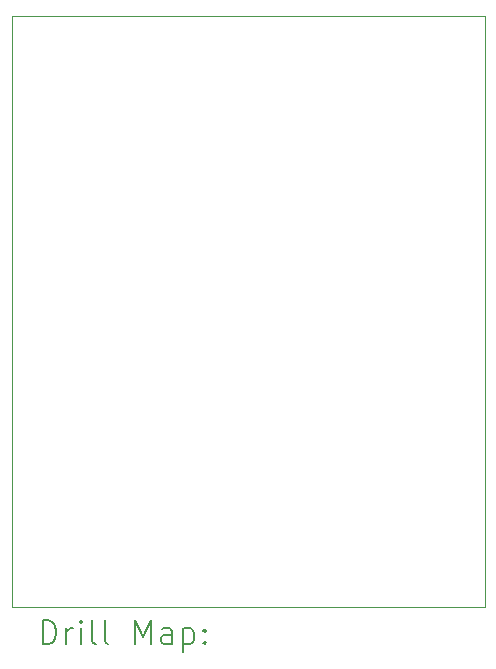
<source format=gbr>
%TF.GenerationSoftware,KiCad,Pcbnew,8.0.3*%
%TF.CreationDate,2024-06-27T10:28:47+02:00*%
%TF.ProjectId,145MHz_BPF,3134354d-487a-45f4-9250-462e6b696361,rev?*%
%TF.SameCoordinates,Original*%
%TF.FileFunction,Drillmap*%
%TF.FilePolarity,Positive*%
%FSLAX45Y45*%
G04 Gerber Fmt 4.5, Leading zero omitted, Abs format (unit mm)*
G04 Created by KiCad (PCBNEW 8.0.3) date 2024-06-27 10:28:47*
%MOMM*%
%LPD*%
G01*
G04 APERTURE LIST*
%ADD10C,0.050000*%
%ADD11C,0.200000*%
G04 APERTURE END LIST*
D10*
X8500000Y-4500000D02*
X12500000Y-4500000D01*
X12500000Y-9500000D01*
X8500000Y-9500000D01*
X8500000Y-4500000D01*
D11*
X8758277Y-9813984D02*
X8758277Y-9613984D01*
X8758277Y-9613984D02*
X8805896Y-9613984D01*
X8805896Y-9613984D02*
X8834467Y-9623508D01*
X8834467Y-9623508D02*
X8853515Y-9642555D01*
X8853515Y-9642555D02*
X8863039Y-9661603D01*
X8863039Y-9661603D02*
X8872563Y-9699698D01*
X8872563Y-9699698D02*
X8872563Y-9728270D01*
X8872563Y-9728270D02*
X8863039Y-9766365D01*
X8863039Y-9766365D02*
X8853515Y-9785412D01*
X8853515Y-9785412D02*
X8834467Y-9804460D01*
X8834467Y-9804460D02*
X8805896Y-9813984D01*
X8805896Y-9813984D02*
X8758277Y-9813984D01*
X8958277Y-9813984D02*
X8958277Y-9680650D01*
X8958277Y-9718746D02*
X8967801Y-9699698D01*
X8967801Y-9699698D02*
X8977324Y-9690174D01*
X8977324Y-9690174D02*
X8996372Y-9680650D01*
X8996372Y-9680650D02*
X9015420Y-9680650D01*
X9082086Y-9813984D02*
X9082086Y-9680650D01*
X9082086Y-9613984D02*
X9072563Y-9623508D01*
X9072563Y-9623508D02*
X9082086Y-9633031D01*
X9082086Y-9633031D02*
X9091610Y-9623508D01*
X9091610Y-9623508D02*
X9082086Y-9613984D01*
X9082086Y-9613984D02*
X9082086Y-9633031D01*
X9205896Y-9813984D02*
X9186848Y-9804460D01*
X9186848Y-9804460D02*
X9177324Y-9785412D01*
X9177324Y-9785412D02*
X9177324Y-9613984D01*
X9310658Y-9813984D02*
X9291610Y-9804460D01*
X9291610Y-9804460D02*
X9282086Y-9785412D01*
X9282086Y-9785412D02*
X9282086Y-9613984D01*
X9539229Y-9813984D02*
X9539229Y-9613984D01*
X9539229Y-9613984D02*
X9605896Y-9756841D01*
X9605896Y-9756841D02*
X9672563Y-9613984D01*
X9672563Y-9613984D02*
X9672563Y-9813984D01*
X9853515Y-9813984D02*
X9853515Y-9709222D01*
X9853515Y-9709222D02*
X9843991Y-9690174D01*
X9843991Y-9690174D02*
X9824944Y-9680650D01*
X9824944Y-9680650D02*
X9786848Y-9680650D01*
X9786848Y-9680650D02*
X9767801Y-9690174D01*
X9853515Y-9804460D02*
X9834467Y-9813984D01*
X9834467Y-9813984D02*
X9786848Y-9813984D01*
X9786848Y-9813984D02*
X9767801Y-9804460D01*
X9767801Y-9804460D02*
X9758277Y-9785412D01*
X9758277Y-9785412D02*
X9758277Y-9766365D01*
X9758277Y-9766365D02*
X9767801Y-9747317D01*
X9767801Y-9747317D02*
X9786848Y-9737793D01*
X9786848Y-9737793D02*
X9834467Y-9737793D01*
X9834467Y-9737793D02*
X9853515Y-9728270D01*
X9948753Y-9680650D02*
X9948753Y-9880650D01*
X9948753Y-9690174D02*
X9967801Y-9680650D01*
X9967801Y-9680650D02*
X10005896Y-9680650D01*
X10005896Y-9680650D02*
X10024944Y-9690174D01*
X10024944Y-9690174D02*
X10034467Y-9699698D01*
X10034467Y-9699698D02*
X10043991Y-9718746D01*
X10043991Y-9718746D02*
X10043991Y-9775889D01*
X10043991Y-9775889D02*
X10034467Y-9794936D01*
X10034467Y-9794936D02*
X10024944Y-9804460D01*
X10024944Y-9804460D02*
X10005896Y-9813984D01*
X10005896Y-9813984D02*
X9967801Y-9813984D01*
X9967801Y-9813984D02*
X9948753Y-9804460D01*
X10129705Y-9794936D02*
X10139229Y-9804460D01*
X10139229Y-9804460D02*
X10129705Y-9813984D01*
X10129705Y-9813984D02*
X10120182Y-9804460D01*
X10120182Y-9804460D02*
X10129705Y-9794936D01*
X10129705Y-9794936D02*
X10129705Y-9813984D01*
X10129705Y-9690174D02*
X10139229Y-9699698D01*
X10139229Y-9699698D02*
X10129705Y-9709222D01*
X10129705Y-9709222D02*
X10120182Y-9699698D01*
X10120182Y-9699698D02*
X10129705Y-9690174D01*
X10129705Y-9690174D02*
X10129705Y-9709222D01*
M02*

</source>
